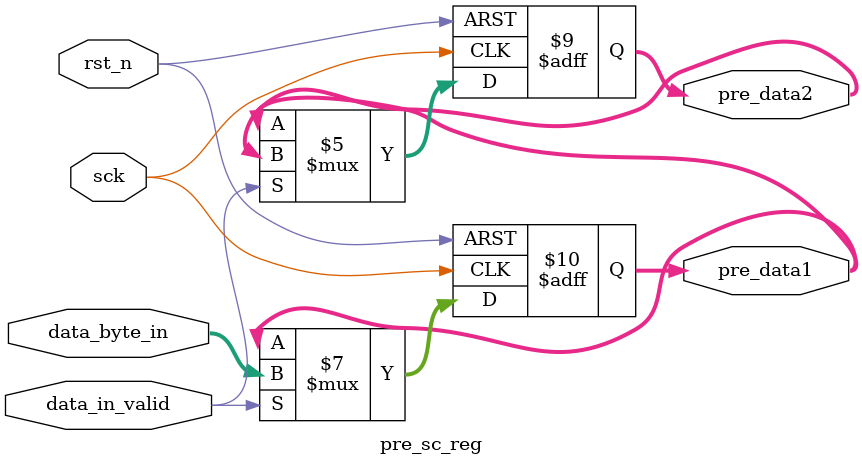
<source format=v>
module pre_sc_reg
 (
 // Inputs
  input                       sck,
  input                       rst_n,
  input             [7:0]     data_byte_in,
  input                       data_in_valid,
 // Outputs 
  output    reg     [7:0]     pre_data1,
  output    reg     [7:0]     pre_data2
 );


// Store the first 3 bytes data_byte_in
always@(posedge sck or negedge rst_n) 
begin
   if(!rst_n) begin
      pre_data1 <= 8'h00;
   end
   else if(data_in_valid) begin                                 
      pre_data1 <= data_byte_in;       
   end
end

always@(posedge sck or negedge rst_n) 
begin
   if(!rst_n) begin
      pre_data2 <= 8'h00;
   end
   else if(data_in_valid) begin                                  
      pre_data2 <= pre_data1;
   end
end
endmodule   


</source>
